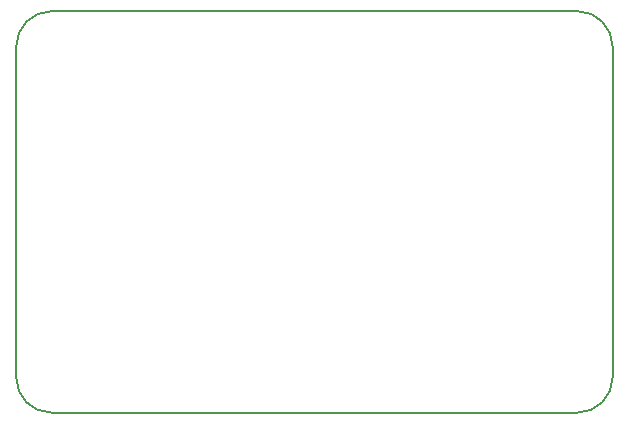
<source format=gbr>
G04 #@! TF.GenerationSoftware,KiCad,Pcbnew,(5.0.0)*
G04 #@! TF.CreationDate,2019-03-01T17:45:54+09:00*
G04 #@! TF.ProjectId,Lipo_Alarm,4C69706F5F416C61726D2E6B69636164,rev?*
G04 #@! TF.SameCoordinates,Original*
G04 #@! TF.FileFunction,Profile,NP*
%FSLAX46Y46*%
G04 Gerber Fmt 4.6, Leading zero omitted, Abs format (unit mm)*
G04 Created by KiCad (PCBNEW (5.0.0)) date 03/01/19 17:45:54*
%MOMM*%
%LPD*%
G01*
G04 APERTURE LIST*
%ADD10C,0.150000*%
%ADD11C,0.200000*%
G04 APERTURE END LIST*
D10*
X108500000Y-103500000D02*
X108500000Y-75500000D01*
X156000000Y-106500000D02*
X111500000Y-106500000D01*
X159000000Y-75500000D02*
X159000000Y-103500000D01*
X111500000Y-72500000D02*
X156000000Y-72500000D01*
D11*
X111500000Y-106500000D02*
G75*
G02X108500000Y-103500000I0J3000000D01*
G01*
X108500000Y-75500000D02*
G75*
G02X111500000Y-72500000I3000000J0D01*
G01*
X156000000Y-72500000D02*
G75*
G02X159000000Y-75500000I0J-3000000D01*
G01*
X159000000Y-103500000D02*
G75*
G02X156000000Y-106500000I-3000000J0D01*
G01*
M02*

</source>
